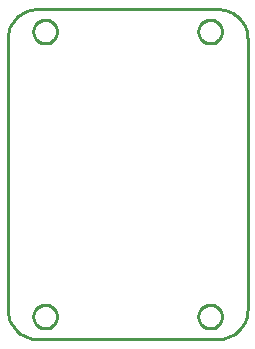
<source format=gbr>
G04 EAGLE Gerber RS-274X export*
G75*
%MOMM*%
%FSLAX34Y34*%
%LPD*%
%IN*%
%IPPOS*%
%AMOC8*
5,1,8,0,0,1.08239X$1,22.5*%
G01*
%ADD10C,0.254000*%


D10*
X-101600Y-114300D02*
X-101503Y-116514D01*
X-101214Y-118711D01*
X-100735Y-120874D01*
X-100068Y-122987D01*
X-99220Y-125035D01*
X-98197Y-127000D01*
X-97006Y-128869D01*
X-95658Y-130627D01*
X-94161Y-132261D01*
X-92527Y-133758D01*
X-90769Y-135106D01*
X-88900Y-136297D01*
X-86935Y-137320D01*
X-84887Y-138168D01*
X-82774Y-138835D01*
X-80611Y-139314D01*
X-78414Y-139603D01*
X-76200Y-139700D01*
X76200Y-139700D01*
X78414Y-139603D01*
X80611Y-139314D01*
X82774Y-138834D01*
X84888Y-138168D01*
X86935Y-137320D01*
X88900Y-136296D01*
X90769Y-135106D01*
X92527Y-133757D01*
X94161Y-132260D01*
X95658Y-130626D01*
X97007Y-128868D01*
X98197Y-126999D01*
X99221Y-125033D01*
X100068Y-122986D01*
X100735Y-120872D01*
X101214Y-118709D01*
X101503Y-116512D01*
X101600Y-114300D01*
X101600Y114300D01*
X101503Y116514D01*
X101214Y118711D01*
X100734Y120874D01*
X100068Y122988D01*
X99220Y125035D01*
X98196Y127000D01*
X97006Y128869D01*
X95657Y130627D01*
X94160Y132261D01*
X92526Y133758D01*
X90768Y135107D01*
X88899Y136297D01*
X86933Y137321D01*
X84886Y138168D01*
X82772Y138835D01*
X80609Y139314D01*
X78412Y139603D01*
X76200Y139700D01*
X-76200Y139700D01*
X-78414Y139603D01*
X-80611Y139314D01*
X-82774Y138834D01*
X-84888Y138168D01*
X-86935Y137320D01*
X-88900Y136296D01*
X-90769Y135106D01*
X-92527Y133757D01*
X-94161Y132260D01*
X-95658Y130626D01*
X-97007Y128868D01*
X-98197Y126999D01*
X-99221Y125033D01*
X-100068Y122986D01*
X-100735Y120872D01*
X-101214Y118709D01*
X-101503Y116512D01*
X-101600Y114300D01*
X-101600Y-114300D01*
X-59850Y-121087D02*
X-59926Y-121957D01*
X-60078Y-122816D01*
X-60304Y-123660D01*
X-60602Y-124480D01*
X-60971Y-125272D01*
X-61408Y-126028D01*
X-61909Y-126743D01*
X-62470Y-127412D01*
X-63088Y-128030D01*
X-63757Y-128591D01*
X-64472Y-129092D01*
X-65228Y-129529D01*
X-66020Y-129898D01*
X-66840Y-130196D01*
X-67684Y-130422D01*
X-68544Y-130574D01*
X-69413Y-130650D01*
X-70287Y-130650D01*
X-71157Y-130574D01*
X-72016Y-130422D01*
X-72860Y-130196D01*
X-73680Y-129898D01*
X-74472Y-129529D01*
X-75228Y-129092D01*
X-75943Y-128591D01*
X-76612Y-128030D01*
X-77230Y-127412D01*
X-77791Y-126743D01*
X-78292Y-126028D01*
X-78729Y-125272D01*
X-79098Y-124480D01*
X-79396Y-123660D01*
X-79622Y-122816D01*
X-79774Y-121957D01*
X-79850Y-121087D01*
X-79850Y-120213D01*
X-79774Y-119344D01*
X-79622Y-118484D01*
X-79396Y-117640D01*
X-79098Y-116820D01*
X-78729Y-116028D01*
X-78292Y-115272D01*
X-77791Y-114557D01*
X-77230Y-113888D01*
X-76612Y-113270D01*
X-75943Y-112709D01*
X-75228Y-112208D01*
X-74472Y-111771D01*
X-73680Y-111402D01*
X-72860Y-111104D01*
X-72016Y-110878D01*
X-71157Y-110726D01*
X-70287Y-110650D01*
X-69413Y-110650D01*
X-68544Y-110726D01*
X-67684Y-110878D01*
X-66840Y-111104D01*
X-66020Y-111402D01*
X-65228Y-111771D01*
X-64472Y-112208D01*
X-63757Y-112709D01*
X-63088Y-113270D01*
X-62470Y-113888D01*
X-61909Y-114557D01*
X-61408Y-115272D01*
X-60971Y-116028D01*
X-60602Y-116820D01*
X-60304Y-117640D01*
X-60078Y-118484D01*
X-59926Y-119344D01*
X-59850Y-120213D01*
X-59850Y-121087D01*
X79850Y-121087D02*
X79774Y-121957D01*
X79622Y-122816D01*
X79396Y-123660D01*
X79098Y-124480D01*
X78729Y-125272D01*
X78292Y-126028D01*
X77791Y-126743D01*
X77230Y-127412D01*
X76612Y-128030D01*
X75943Y-128591D01*
X75228Y-129092D01*
X74472Y-129529D01*
X73680Y-129898D01*
X72860Y-130196D01*
X72016Y-130422D01*
X71157Y-130574D01*
X70287Y-130650D01*
X69413Y-130650D01*
X68544Y-130574D01*
X67684Y-130422D01*
X66840Y-130196D01*
X66020Y-129898D01*
X65228Y-129529D01*
X64472Y-129092D01*
X63757Y-128591D01*
X63088Y-128030D01*
X62470Y-127412D01*
X61909Y-126743D01*
X61408Y-126028D01*
X60971Y-125272D01*
X60602Y-124480D01*
X60304Y-123660D01*
X60078Y-122816D01*
X59926Y-121957D01*
X59850Y-121087D01*
X59850Y-120213D01*
X59926Y-119344D01*
X60078Y-118484D01*
X60304Y-117640D01*
X60602Y-116820D01*
X60971Y-116028D01*
X61408Y-115272D01*
X61909Y-114557D01*
X62470Y-113888D01*
X63088Y-113270D01*
X63757Y-112709D01*
X64472Y-112208D01*
X65228Y-111771D01*
X66020Y-111402D01*
X66840Y-111104D01*
X67684Y-110878D01*
X68544Y-110726D01*
X69413Y-110650D01*
X70287Y-110650D01*
X71157Y-110726D01*
X72016Y-110878D01*
X72860Y-111104D01*
X73680Y-111402D01*
X74472Y-111771D01*
X75228Y-112208D01*
X75943Y-112709D01*
X76612Y-113270D01*
X77230Y-113888D01*
X77791Y-114557D01*
X78292Y-115272D01*
X78729Y-116028D01*
X79098Y-116820D01*
X79396Y-117640D01*
X79622Y-118484D01*
X79774Y-119344D01*
X79850Y-120213D01*
X79850Y-121087D01*
X-59850Y120213D02*
X-59926Y119344D01*
X-60078Y118484D01*
X-60304Y117640D01*
X-60602Y116820D01*
X-60971Y116028D01*
X-61408Y115272D01*
X-61909Y114557D01*
X-62470Y113888D01*
X-63088Y113270D01*
X-63757Y112709D01*
X-64472Y112208D01*
X-65228Y111771D01*
X-66020Y111402D01*
X-66840Y111104D01*
X-67684Y110878D01*
X-68544Y110726D01*
X-69413Y110650D01*
X-70287Y110650D01*
X-71157Y110726D01*
X-72016Y110878D01*
X-72860Y111104D01*
X-73680Y111402D01*
X-74472Y111771D01*
X-75228Y112208D01*
X-75943Y112709D01*
X-76612Y113270D01*
X-77230Y113888D01*
X-77791Y114557D01*
X-78292Y115272D01*
X-78729Y116028D01*
X-79098Y116820D01*
X-79396Y117640D01*
X-79622Y118484D01*
X-79774Y119344D01*
X-79850Y120213D01*
X-79850Y121087D01*
X-79774Y121957D01*
X-79622Y122816D01*
X-79396Y123660D01*
X-79098Y124480D01*
X-78729Y125272D01*
X-78292Y126028D01*
X-77791Y126743D01*
X-77230Y127412D01*
X-76612Y128030D01*
X-75943Y128591D01*
X-75228Y129092D01*
X-74472Y129529D01*
X-73680Y129898D01*
X-72860Y130196D01*
X-72016Y130422D01*
X-71157Y130574D01*
X-70287Y130650D01*
X-69413Y130650D01*
X-68544Y130574D01*
X-67684Y130422D01*
X-66840Y130196D01*
X-66020Y129898D01*
X-65228Y129529D01*
X-64472Y129092D01*
X-63757Y128591D01*
X-63088Y128030D01*
X-62470Y127412D01*
X-61909Y126743D01*
X-61408Y126028D01*
X-60971Y125272D01*
X-60602Y124480D01*
X-60304Y123660D01*
X-60078Y122816D01*
X-59926Y121957D01*
X-59850Y121087D01*
X-59850Y120213D01*
X79850Y120213D02*
X79774Y119344D01*
X79622Y118484D01*
X79396Y117640D01*
X79098Y116820D01*
X78729Y116028D01*
X78292Y115272D01*
X77791Y114557D01*
X77230Y113888D01*
X76612Y113270D01*
X75943Y112709D01*
X75228Y112208D01*
X74472Y111771D01*
X73680Y111402D01*
X72860Y111104D01*
X72016Y110878D01*
X71157Y110726D01*
X70287Y110650D01*
X69413Y110650D01*
X68544Y110726D01*
X67684Y110878D01*
X66840Y111104D01*
X66020Y111402D01*
X65228Y111771D01*
X64472Y112208D01*
X63757Y112709D01*
X63088Y113270D01*
X62470Y113888D01*
X61909Y114557D01*
X61408Y115272D01*
X60971Y116028D01*
X60602Y116820D01*
X60304Y117640D01*
X60078Y118484D01*
X59926Y119344D01*
X59850Y120213D01*
X59850Y121087D01*
X59926Y121957D01*
X60078Y122816D01*
X60304Y123660D01*
X60602Y124480D01*
X60971Y125272D01*
X61408Y126028D01*
X61909Y126743D01*
X62470Y127412D01*
X63088Y128030D01*
X63757Y128591D01*
X64472Y129092D01*
X65228Y129529D01*
X66020Y129898D01*
X66840Y130196D01*
X67684Y130422D01*
X68544Y130574D01*
X69413Y130650D01*
X70287Y130650D01*
X71157Y130574D01*
X72016Y130422D01*
X72860Y130196D01*
X73680Y129898D01*
X74472Y129529D01*
X75228Y129092D01*
X75943Y128591D01*
X76612Y128030D01*
X77230Y127412D01*
X77791Y126743D01*
X78292Y126028D01*
X78729Y125272D01*
X79098Y124480D01*
X79396Y123660D01*
X79622Y122816D01*
X79774Y121957D01*
X79850Y121087D01*
X79850Y120213D01*
M02*

</source>
